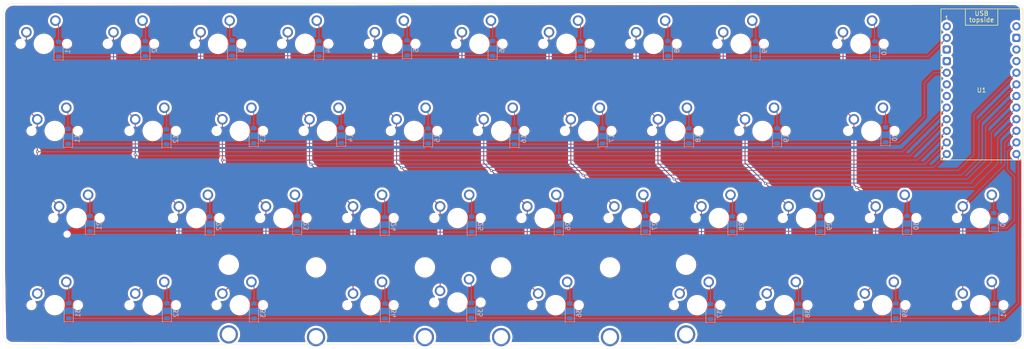
<source format=kicad_pcb>
(kicad_pcb (version 20240108) (generator "pcbnew") (generator_version "8.0")
  (layers (0 "F.Cu" signal) (31 "B.Cu" signal) (34 "B.Paste" user) (35 "F.Paste" user) (36 "B.SilkS" user "B.Silkscreen") (37 "F.SilkS" user "F.Silkscreen") (38 "B.Mask" user) (39 "F.Mask" user) (44 "Edge.Cuts" user))
  (net 0 "")
  (net 1 "Net-(D1-A)")
  (net 2 "Net-(D2-A)")
  (net 3 "Net-(D3-A)")
  (net 4 "Net-(D4-A)")
  (net 5 "Net-(D5-A)")
  (net 6 "Net-(D6-A)")
  (net 7 "Net-(D7-A)")
  (net 8 "Net-(D8-A)")
  (net 9 "Net-(D9-A)")
  (net 10 "Net-(D10-A)")
  (net 11 "Net-(D11-A)")
  (net 12 "Net-(D12-A)")
  (net 13 "Net-(D13-A)")
  (net 14 "Net-(D14-A)")
  (net 15 "Net-(D15-A)")
  (net 16 "Net-(D16-A)")
  (net 17 "Net-(D17-A)")
  (net 18 "Net-(D18-A)")
  (net 19 "Net-(D19-A)")
  (net 20 "Net-(D20-A)")
  (net 21 "Net-(D21-A)")
  (net 22 "Net-(D22-A)")
  (net 23 "Net-(D23-A)")
  (net 24 "Net-(D24-A)")
  (net 25 "Net-(D25-A)")
  (net 26 "Net-(D26-A)")
  (net 27 "Net-(D27-A)")
  (net 28 "Net-(D28-A)")
  (net 29 "Net-(D29-A)")
  (net 30 "Net-(D30-A)")
  (net 31 "Net-(D31-A)")
  (net 32 "Net-(D32-A)")
  (net 33 "Net-(D33-A)")
  (net 34 "Net-(D34-A)")
  (net 35 "Net-(D35-A)")
  (net 36 "Net-(D36-A)")
  (net 37 "Net-(D37-A)")
  (net 38 "Net-(D38-A)")
  (net 39 "Net-(D39-A)")
  (net 49 "ROW0")
  (net 50 "Net-(D40-A)")
  (net 51 "Net-(D41-A)")
  (net 52 "COL0")
  (net 53 "ROW3")
  (net 54 "COL1")
  (net 55 "COL2")
  (net 56 "COL3")
  (net 57 "COL4")
  (net 58 "COL5")
  (net 59 "COL6")
  (net 60 "COL7")
  (net 61 "COL8")
  (net 62 "COL9")
  (net 63 "COL10")
  (net 64 "ROW1")
  (net 65 "ROW2")
  (footprint "PCM_marbastlib-mx:STAB_MX_P_6.25u" (layer "F.Cu") (at 142.72 110.38 180)
    (property "Reference" "S3" (hide yes))
    (property "Value" "MX_stab")
  )
  (footprint "PCM_marbastlib-mx:SW_MX_1u" (layer "F.Cu") (at 109.41 53.815)
    (property "Reference" "MX4" (hide yes))
    (property "Value" "MX_SW_solder")
  )
  (footprint "PCM_marbastlib-mx:SW_MX_1u" (layer "F.Cu") (at 209.4225 72.865)
    (property "Reference" "MX19" (hide yes))
    (property "Value" "MX_SW_solder")
  )
  (footprint "PCM_marbastlib-mx:SW_MX_1.25u" (layer "F.Cu") (at 235.61625 110.965)
    (property "Reference" "MX39" (hide yes))
    (property "Value" "MX_SW_solder")
  )
  (footprint "PCM_marbastlib-mx:SW_MX_1u" (layer "F.Cu") (at 95.1225 72.865)
    (property "Reference" "MX13" (hide yes))
    (property "Value" "MX_SW_solder")
  )
  (footprint "PCM_marbastlib-mx:SW_MX_1.25u" (layer "F.Cu") (at 54.64125 110.965)
    (property "Reference" "MX31" (hide yes))
    (property "Value" "MX_SW_solder")
  )
  (footprint "PCM_marbastlib-mx:SW_MX_1u" (layer "F.Cu") (at 152.2725 72.865)
    (property "Reference" "MX16" (hide yes))
    (property "Value" "MX_SW_solder")
  )
  (footprint "PCM_marbastlib-mx:SW_MX_1u" (layer "F.Cu") (at 199.8975 91.915)
    (property "Reference" "MX28" (hide yes))
    (property "Value" "MX_SW_solder")
  )
  (footprint "PCM_marbastlib-mx:SW_MX_1u" (layer "F.Cu") (at 180.8475 91.915)
    (property "Reference" "MX27" (hide yes))
    (property "Value" "MX_SW_solder")
  )
  (footprint "PCM_marbastlib-mx:SW_MX_1u" (layer "F.Cu") (at 76.0725 110.965)
    (property "Reference" "MX32" (hide yes))
    (property "Value" "MX_SW_solder")
  )
  (footprint "PCM_marbastlib-mx:STAB_MX_P_2u" (layer "F.Cu") (at 123.6975 110.965 180)
    (property "Reference" "S1" (hide yes))
    (property "Value" "MX_stab")
  )
  (footprint "PCM_marbastlib-mx:SW_MX_1u" (layer "F.Cu") (at 133.2225 72.865)
    (property "Reference" "MX15" (hide yes))
    (property "Value" "MX_SW_solder")
  )
  (footprint "PCM_marbastlib-mx:SW_MX_1u" (layer "F.Cu") (at 257.0475 110.965)
    (property "Reference" "MX41" (hide yes))
    (property "Value" "MX_SW_solder")
  )
  (footprint "PCM_marbastlib-mx:SW_MX_1u" (layer "F.Cu") (at 195.135 110.965)
    (property "Reference" "MX37" (hide yes))
    (property "Value" "MX_SW_solder")
  )
  (footprint "PCM_marbastlib-mx:SW_MX_1u" (layer "F.Cu") (at 104.6475 91.915)
    (property "Reference" "MX23" (hide yes))
    (property "Value" "MX_SW_solder")
  )
  (footprint "PCM_marbastlib-mx:SW_MX_1u" (layer "F.Cu") (at 123.6975 110.965)
    (property "Reference" "MX34" (hide yes))
    (property "Value" "MX_SW_solder")
  )
  (footprint "PCM_marbastlib-mx:SW_MX_1u" (layer "F.Cu") (at 123.6975 91.915)
    (property "Reference" "MX24" (hide yes))
    (property "Value" "MX_SW_solder")
  )
  (footprint "PCM_marbastlib-mx:SW_MX_1u" (layer "F.Cu") (at 257.0475 91.915)
    (property "Reference" "MX40" (hide yes))
    (property "Value" "MX_SW_solder")
  )
  (footprint "PCM_marbastlib-mx:SW_MX_1u" (layer "F.Cu") (at 147.51 53.815)
    (property "Reference" "MX6" (hide yes))
    (property "Value" "MX_SW_solder")
  )
  (footprint "PCM_marbastlib-mx:SW_MX_1u" (layer "F.Cu") (at 214.185 110.965)
    (property "Reference" "MX38" (hide yes))
    (property "Value" "MX_SW_solder")
  )
  (footprint "PCM_marbastlib-mx:SW_MX_1.5u" (layer "F.Cu") (at 233.235 72.865)
    (property "Reference" "MX20" (hide yes))
    (property "Value" "MX_SW_solder")
  )
  (footprint "PCM_marbastlib-mx:SW_MX_1u" (layer "F.Cu") (at 52.26 53.815)
    (property "Reference" "MX1" (hide yes))
    (property "Value" "MX_SW_solder")
  )
  (footprint "PCM_marbastlib-mx:SW_MX_1u" (layer "F.Cu") (at 166.56 53.815)
    (property "Reference" "MX7" (hide yes))
    (property "Value" "MX_SW_solder")
  )
  (footprint "PCM_marbastlib-mx:SW_MX_1u" (layer "F.Cu") (at 85.5975 91.915)
    (property "Reference" "MX22" (hide yes))
    (property "Value" "MX_SW_solder")
  )
  (footprint "PCM_marbastlib-mx:SW_MX_1u" (layer "F.Cu") (at 204.66 53.815)
    (property "Reference" "MX9" (hide yes))
    (property "Value" "MX_SW_solder")
  )
  (footprint "PCM_marbastlib-mx:SW_MX_1u" (layer "F.Cu") (at 76.0725 72.865)
    (property "Reference" "MX12" (hide yes))
    (property "Value" "MX_SW_solder")
  )
  (footprint "PCM_marbastlib-mx:SW_MX_1u" (layer "F.Cu") (at 161.7975 91.915)
    (property "Reference" "MX26" (hide yes))
    (property "Value" "MX_SW_solder")
  )
  (footprint "PCM_marbastlib-mx:SW_MX_1u" (layer "F.Cu") (at 128.46 53.815)
    (property "Reference" "MX5" (hide yes))
    (property "Value" "MX_SW_solder")
  )
  (footprint "PCM_marbastlib-mx:SW_MX_1u" (layer "F.Cu") (at 90.36 53.815)
    (property "Reference" "MX3" (hide yes))
    (property "Value" "MX_SW_solder")
  )
  (footprint "PCM_marbastlib-mx:SW_MX_1u" (layer "F.Cu") (at 218.9475 91.915)
    (property "Reference" "MX29" (hide yes))
    (property "Value" "MX_SW_solder")
  )
  (footprint "PCM_marbastlib-mx:SW_MX_1u" (layer "F.Cu") (at 164.17875 110.965)
    (property "Reference" "MX36" (hide yes))
    (property "Value" "MX_SW_solder")
  )
  (footprint "PCM_marbastlib-xp-promicroish:ProMicro_USBup" (layer "F.Cu") (at 257.35 63.95)
    (property "Reference" "U1")
    (property "Value" "ProMicro")
  )
  (footprint "PCM_marbastlib-mx:SW_MX_1u" (layer "F.Cu") (at 114.1725 72.865)
    (property "Reference" "MX14" (hide yes))
    (property "Value" "MX_SW_solder")
  )
  (footprint "PCM_marbastlib-mx:SW_MX_1u" (layer "F.Cu") (at 171.3225 72.865)
    (property "Reference" "MX17" (hide yes))
    (property "Value" "MX_SW_solder")
  )
  (footprint "PCM_marbastlib-mx:STAB_MX_P_2.25u" (layer "F.Cu") (at 164.17875 110.965 180)
    (property "Reference" "S2" (hide yes))
    (property "Value" "MX_stab")
  )
  (footprint "PCM_marbastlib-mx:SW_MX_1.75u" (layer "F.Cu") (at 230.85375 53.815)
    (property "Reference" "MX10" (hide yes))
    (property "Value" "MX_SW_solder")
  )
  (footprint "PCM_marbastlib-mx:SW_MX_1u" (layer "F.Cu") (at 190.3725 72.865)
    (property "Reference" "MX18" (hide yes))
    (property "Value" "MX_SW_solder")
  )
  (footprint "PCM_marbastlib-mx:SW_MX_1u" (layer "F.Cu") (at 142.72 110.38)
    (property "Reference" "MX35" (hide yes))
    (property "Value" "MX_SW_solder")
  )
  (footprint "PCM_marbastlib-mx:SW_MX_1u" (layer "F.Cu") (at 237.9975 91.915)
    (property "Reference" "MX30" (hide yes))
    (property "Value" "MX_SW_solder")
  )
  (footprint "PCM_marbastlib-mx:SW_MX_1u" (layer "F.Cu") (at 185.61 53.815)
    (property "Reference" "MX8" (hide yes))
    (property "Value" "MX_SW_solder")
  )
  (footprint "PCM_marbastlib-mx:SW_MX_1.25u" (layer "F.Cu") (at 54.64125 72.865)
    (property "Reference" "MX11" (hide yes))
    (property "Value" "MX_SW_solder")
  )
  (footprint "PCM_marbastlib-mx:SW_MX_1u" (layer "F.Cu") (at 71.31 53.815)
    (property "Reference" "MX2" (hide yes))
    (property "Value" "MX_SW_solder")
  )
  (footprint "PCM_marbastlib-mx:SW_MX_1u" (layer "F.Cu") (at 95.1225 110.965)
    (property "Reference" "MX33" (hide yes))
    (property "Value" "MX_SW_solder")
  )
  (footprint "PCM_marbastlib-mx:SW_MX_1.75u" (layer "F.Cu") (at 59.40375 91.915)
    (property "Reference" "MX21" (hide yes))
    (property "Value" "MX_SW_solder")
  )
  (footprint "PCM_marbastlib-mx:SW_MX_1u" (layer "F.Cu") (at 142.7475 91.915)
    (property "Reference" "MX25" (hide yes))
    (property "Value" "MX_SW_solder")
  )
  (footprint "Diode_SMD:D_SOD-123" (layer "B.Cu") (at 57.56 74.0575 90)
    (property "Reference" "D11")
    (property "Value" "D_Small")
  )
  (footprint "Diode_SMD:D_SOD-123" (layer "B.Cu") (at 217.31 112.32 90)
    (property "Reference" "D38")
    (property "Value" "D_Small")
  )
  (footprint "Diode_SMD:D_SOD-123" (layer "B.Cu") (at 136.31 73.9675 90)
    (property "Reference" "D15")
    (property "Value" "D_Small")
  )
  (footprint "Diode_SMD:D_SOD-123" (layer "B.Cu") (at 88.55 93.2575 90)
    (property "Reference" "D22")
    (property "Value" "D_Small")
  )
  (footprint "Diode_SMD:D_SOD-123" (layer "B.Cu") (at 57.71 112.2075 90)
    (property "Reference" "D31")
    (property "Value" "D_Small")
  )
  (footprint "Diode_SMD:D_SOD-123" (layer "B.Cu") (at 117.3 73.85 90)
    (property "Reference" "D14")
    (property "Value" "D_Small")
  )
  (footprint "Diode_SMD:D_SOD-123" (layer "B.Cu") (at 55.48 54.9975 90)
    (property "Reference" "D1")
    (property "Value" "D_Small")
  )
  (footprint "Diode_SMD:D_SOD-123" (layer "B.Cu") (at 164.88 93.2175 90)
    (property "Reference" "D26")
    (property "Value" "D_Small")
  )
  (footprint "Diode_SMD:D_SOD-123" (layer "B.Cu") (at 131.69 54.7 90)
    (property "Reference" "D5")
    (property "Value" "D_Small")
  )
  (footprint "Diode_SMD:D_SOD-123" (layer "B.Cu") (at 238.6 112.2175 90)
    (property "Reference" "D39")
    (property "Value" "D_Small")
  )
  (footprint "Diode_SMD:D_SOD-123" (layer "B.Cu") (at 234.03 54.9275 90)
    (property "Reference" "D10")
    (property "Value" "D_Small")
  )
  (footprint "Diode_SMD:D_SOD-123" (layer "B.Cu") (at 260.13 112.2575 90)
    (property "Reference" "D41")
    (property "Value" "D_Small")
  )
  (footprint "Diode_SMD:D_SOD-123" (layer "B.Cu") (at 188.74 54.8575 90)
    (property "Reference" "D8")
    (property "Value" "D_Small")
  )
  (footprint "Diode_SMD:D_SOD-123" (layer "B.Cu") (at 207.91 54.9475 90)
    (property "Reference" "D9")
    (property "Value" "D_Small")
  )
  (footprint "Diode_SMD:D_SOD-123" (layer "B.Cu") (at 193.35 73.9475 90)
    (property "Reference" "D18")
    (property "Value" "D_Small")
  )
  (footprint "Diode_SMD:D_SOD-123" (layer "B.Cu") (at 260.01 92.4875 90)
    (property "Reference" "D40")
    (property "Value" "D_Small")
  )
  (footprint "Diode_SMD:D_SOD-123" (layer "B.Cu") (at 79.09 74.14 90)
    (property "Reference" "D12")
    (property "Value" "D_Small")
  )
  (footprint "Diode_SMD:D_SOD-123" (layer "B.Cu") (at 126.85 112.25 90)
    (property "Reference" "D34")
    (property "Value" "D_Small")
  )
  (footprint "Diode_SMD:D_SOD-123" (layer "B.Cu") (at 79.17 112.2075 90)
    (property "Reference" "D32")
    (property "Value" "D_Small")
  )
  (footprint "Diode_SMD:D_SOD-123" (layer "B.Cu") (at 93.44 54.7675 90)
    (property "Reference" "D3")
    (property "Value" "D_Small")
  )
  (footprint "Diode_SMD:D_SOD-123" (layer "B.Cu") (at 222.07 93.16 90)
    (property "Reference" "D29")
    (property "Value" "D_Small")
  )
  (footprint "Diode_SMD:D_SOD-123" (layer "B.Cu") (at 98.17 73.92 90)
    (property "Reference" "D13")
    (property "Value" "D_Small")
  )
  (footprint "Diode_SMD:D_SOD-123" (layer "B.Cu") (at 155.18 74.1175 90)
    (property "Reference" "D16")
    (property "Value" "D_Small")
  )
  (footprint "Diode_SMD:D_SOD-123" (layer "B.Cu") (at 167.3 112.2475 90)
    (property "Reference" "D36")
    (property "Value" "D_Small")
  )
  (footprint "Diode_SMD:D_SOD-123" (layer "B.Cu") (at 174.45 73.97 90)
    (property "Reference" "D17")
    (property "Value" "D_Small")
  )
  (footprint "Diode_SMD:D_SOD-123" (layer "B.Cu") (at 62.35 93.1175 90)
    (property "Reference" "D21")
    (property "Value" "D_Small")
  )
  (footprint "Diode_SMD:D_SOD-123" (layer "B.Cu") (at 112.43 54.8975 90)
    (property "Reference" "D4")
    (property "Value" "D_Small")
  )
  (footprint "Diode_SMD:D_SOD-123" (layer "B.Cu") (at 126.81 93.3475 90)
    (property "Reference" "D24")
    (property "Value" "D_Small")
  )
  (footprint "Diode_SMD:D_SOD-123" (layer "B.Cu") (at 145.83 93.28 90)
    (property "Reference" "D25")
    (property "Value" "D_Small")
  )
  (footprint "Diode_SMD:D_SOD-123" (layer "B.Cu") (at 107.66 93.14 90)
    (property "Reference" "D23")
    (property "Value" "D_Small")
  )
  (footprint "Diode_SMD:D_SOD-123" (layer "B.Cu") (at 198.05 112.37 90)
    (property "Reference" "D37")
    (property "Value" "D_Small")
  )
  (footprint "Diode_SMD:D_SOD-123" (layer "B.Cu") (at 236.34 73.72 90)
    (property "Reference" "D20")
    (property "Value" "D_Small")
  )
  (footprint "Diode_SMD:D_SOD-123" (layer "B.Cu") (at 150.42 54.85 90)
    (property "Reference" "D6")
    (property "Value" "D_Small")
  )
  (footprint "Diode_SMD:D_SOD-123" (layer "B.Cu") (at 145.74 112.1175 90)
    (property "Reference" "D35")
    (property "Value" "D_Small")
  )
  (footprint "Diode_SMD:D_SOD-123" (layer "B.Cu") (at 98.22 112.27 90)
    (property "Reference" "D33")
    (property "Value" "D_Small")
  )
  (footprint "Diode_SMD:D_SOD-123" (layer "B.Cu") (at 183.85 93.1475 90)
    (property "Reference" "D27")
    (property "Value" "D_Small")
  )
  (footprint "Diode_SMD:D_SOD-123" (layer "B.Cu") (at 241.06 93.11 90)
    (property "Reference" "D30")
    (property "Value" "D_Small")
  )
  (footprint "Diode_SMD:D_SOD-123" (layer "B.Cu") (at 74.46 54.8675 90)
    (property "Reference" "D2")
    (property "Value" "D_Small")
  )
  (footprint "Diode_SMD:D_SOD-123" (layer "B.Cu") (at 169.64 54.94 90)
    (property "Reference" "D7")
    (property "Value" "D_Small")
  )
  (footprint "Diode_SMD:D_SOD-123" (layer "B.Cu") (at 202.86 93.2075 90)
    (property "Reference" "D28")
    (property "Value" "D_Small")
  )
  (footprint "Diode_SMD:D_SOD-123" (layer "B.Cu") (at 212.63 73.94 90)
    (property "Reference" "D19")
    (property "Value" "D_Small")
  )
  (gr_line (start 45.664998 119.549998) (end 264.206403 119.508861) (stroke (width 0.05)) (layer "Edge.Cuts"))
  (gr_line (start 266.563565 117.419743) (end 266.52216 46.889118) (stroke (width 0.05)) (layer "Edge.Cuts"))
  (gr_arc (start 264.164998 44.8) (mid 265.738595 45.398861) (end 266.52216 46.889118) (stroke (width 0.05)) (layer "Edge.Cuts"))
  (gr_arc (start 45.664998 119.549998) (mid 44.091401 118.951137) (end 43.307836 117.46088) (stroke (width 0.05)) (layer "Edge.Cuts"))
  (gr_line (start 43.331139 47.353597) (end 43.307836 117.46088) (stroke (width 0.05)) (layer "Edge.Cuts"))
  (gr_line (start 45.420257 44.996435) (end 264.164998 44.8) (stroke (width 0.05)) (layer "Edge.Cuts"))
  (gr_arc (start 43.331139 47.353597) (mid 43.93 45.78) (end 45.420257 44.996435) (stroke (width 0.05)) (layer "Edge.Cuts"))
  (gr_arc (start 266.563565 117.419743) (mid 265.78 118.91) (end 264.206403 119.508861) (stroke (width 0.05)) (layer "Edge.Cuts"))
  (segment (start 54.8 48.75) (end 55.47 49.42) (width 0.2) (layer "B.Cu") (net 1))
  (segment (start 55.46 49.75) (end 55.46 53.08) (width 0.2) (layer "B.Cu") (net 1))
  (segment (start 54.8 48.735) (end 54.8 48.75) (width 0.2) (layer "B.Cu") (net 1))
  (segment (start 55.47 49.74) (end 55.46 49.75) (width 0.2) (layer "B.Cu") (net 1))
  (segment (start 55.47 49.42) (end 55.47 49.74) (width 0.2) (layer "B.Cu") (net 1))
  (segment (start 74.41 49.295) (end 74.41 49.81) (width 0.2) (layer "B.Cu") (net 2))
  (segment (start 73.85 48.735) (end 74.41 49.295) (width 0.2) (layer "B.Cu") (net 2))
  (segment (start 74.41 49.81) (end 74.5 49.9) (width 0.2) (layer "B.Cu") (net 2))
  (segment (start 74.5 49.9) (end 74.5 52.86) (width 0.2) (layer "B.Cu") (net 2))
  (segment (start 92.9 52.36) (end 93.47 52.93) (width 0.2) (layer "B.Cu") (net 3))
  (segment (start 92.9 48.735) (end 92.9 52.36) (width 0.2) (layer "B.Cu") (net 3))
  (segment (start 112.43 49.215) (end 111.95 48.735) (width 0.2) (layer "B.Cu") (net 4))
  (segment (start 112.43 53.2475) (end 112.43 49.215) (width 0.2) (layer "B.Cu") (net 4))
  (segment (start 111.95 48.735) (end 111.95 48.74) (width 0.2) (layer "B.Cu") (net 4))
  (segment (start 131.69 53.05) (end 131.69 49.425) (width 0.2) (layer "B.Cu") (net 5))
  (segment (start 131.69 49.425) (end 131 48.735) (width 0.2) (layer "B.Cu") (net 5))
  (segment (start 131 48.735) (end 131.75 49.485) (width 0.2) (layer "B.Cu") (net 5))
  (segment (start 150.42 49.105) (end 150.05 48.735) (width 0.2) (layer "B.Cu") (net 6))
  (segment (start 150.42 53.2) (end 150.42 49.105) (width 0.2) (layer "B.Cu") (net 6))
  (segment (start 150.45 49.135) (end 150.05 48.735) (width 0.2) (layer "B.Cu") (net 6))
  (segment (start 169.64 49.275) (end 169.1 48.735) (width 0.2) (layer "B.Cu") (net 7))
  (segment (start 169.64 53.29) (end 169.64 49.275) (width 0.2) (layer "B.Cu") (net 7))
  (segment (start 188.79 49.375) (end 188.15 48.735) (width 0.2) (layer "B.Cu") (net 8))
  (segment (start 188.74 49.325) (end 188.15 48.735) (width 0.2) (layer "B.Cu") (net 8))
  (segment (start 188.74 53.2075) (end 188.74 49.325) (width 0.2) (layer "B.Cu") (net 8))
  (segment (start 207.96 49.42) (end 207.95 49.43) (width 0.2) (layer "B.Cu") (net 9))
  (segment (start 207.95 49.43) (end 207.95 53.08) (width 0.2) (layer "B.Cu") (net 9))
  (segment (start 207.275 48.735) (end 207.96 49.42) (width 0.2) (layer "B.Cu") (net 9))
  (segment (start 207.2 48.735) (end 207.275 48.735) (width 0.2) (layer "B.Cu") (net 9))
  (segment (start 233.39375 48.735) (end 233.415 48.735) (width 0.2) (layer "B.Cu") (net 10))
  (segment (start 233.94 49.26) (end 233.94 53.1475) (width 0.2) (layer "B.Cu") (net 10))
  (segment (start 233.415 48.735) (end 233.94 49.26) (width 0.2) (layer "B.Cu") (net 10))
  (segment (start 57.53 72.16) (end 57.53 68.13375) (width 0.2) (layer "B.Cu") (net 11))
  (segment (start 57.53 68.13375) (end 57.18125 67.785) (width 0.2) (layer "B.Cu") (net 11))
  (segment (start 79.09 68.2625) (end 78.6125 67.785) (width 0.2) (layer "B.Cu") (net 12))
  (segment (start 79.09 72.49) (end 79.09 68.2625) (width 0.2) (layer "B.Cu") (net 12))
  (segment (start 98.17 68.2925) (end 97.6625 67.785) (width 0.2) (layer "B.Cu") (net 13))
  (segment (start 98.17 72.27) (end 98.17 68.2925) (width 0.2) (layer "B.Cu") (net 13))
  (segment (start 117.3 68.3725) (end 116.7125 67.785) (width 0.2) (layer "B.Cu") (net 14))
  (segment (start 117.3 72.2) (end 117.3 68.3725) (width 0.2) (layer "B.Cu") (net 14))
  (segment (start 136.31 68.3325) (end 135.7625 67.785) (width 0.2) (layer "B.Cu") (net 15))
  (segment (start 136.31 72.3175) (end 136.31 68.3325) (width 0.2) (layer "B.Cu") (net 15))
  (segment (start 155.18 72.4675) (end 155.18 68.1525) (width 0.2) (layer "B.Cu") (net 16))
  (segment (start 155.18 68.1525) (end 154.8125 67.785) (width 0.2) (layer "B.Cu") (net 16))
  (segment (start 174.45 72.32) (end 174.45 68.3725) (width 0.2) (layer "B.Cu") (net 17))
  (segment (start 174.45 68.3725) (end 173.8625 67.785) (width 0.2) (layer "B.Cu") (net 17))
  (segment (start 193.35 72.2975) (end 193.35 68.2225) (width 0.2) (layer "B.Cu") (net 18))
  (segment (start 193.35 68.2225) (end 192.9125 67.785) (width 0.2) (layer "B.Cu") (net 18))
  (segment (start 212.63 68.4525) (end 211.9625 67.785) (width 0.2) (layer "B.Cu") (net 19))
  (segment (start 212.63 72.29) (end 212.63 68.4525) (width 0.2) (layer "B.Cu") (net 19))
  (segment (start 236.34 68.35) (end 235.775 67.785) (width 0.2) (layer "B.Cu") (net 20))
  (segment (start 236.34 72.07) (end 236.34 68.35) (width 0.2) (layer "B.Cu") (net 20))
  (segment (start 62.35 91.4675) (end 62.35 87.24125) (width 0.2) (layer "B.Cu") (net 21))
  (segment (start 62.35 87.24125) (end 61.94375 86.835) (width 0.2) (layer "B.Cu") (net 21))
  (segment (start 88.55 87.2475) (end 88.1375 86.835) (width 0.2) (layer "B.Cu") (net 22))
  (segment (start 88.55 91.6075) (end 88.55 87.2475) (width 0.2) (layer "B.Cu") (net 22))
  (segment (start 107.66 91.49) (end 107.66 87.3075) (width 0.2) (layer "B.Cu") (net 23))
  (segment (start 107.66 87.3075) (end 107.1875 86.835) (width 0.2) (layer "B.Cu") (net 23))
  (segment (start 126.81 91.6975) (end 126.81 87.4075) (width 0.2) (layer "B.Cu") (net 24))
  (segment (start 126.81 87.4075) (end 126.2375 86.835) (width 0.2) (layer "B.Cu") (net 24))
  (segment (start 145.83 91.63) (end 145.83 87.3775) (width 0.2) (layer "B.Cu") (net 25))
  (segment (start 145.83 87.3775) (end 145.2875 86.835) (width 0.2) (layer "B.Cu") (net 25))
  (segment (start 164.88 91.5675) (end 164.88 87.3775) (width 0.2) (layer "B.Cu") (net 26))
  (segment (start 164.88 87.3775) (end 164.3375 86.835) (width 0.2) (layer "B.Cu") (net 26))
  (segment (start 183.85 91.4975) (end 183.85 87.2975) (width 0.2) (layer "B.Cu") (net 27))
  (segment (start 183.85 87.2975) (end 183.3875 86.835) (width 0.2) (layer "B.Cu") (net 27))
  (segment (start 202.86 91.5575) (end 202.86 87.2575) (width 0.2) (layer "B.Cu") (net 28))
  (segment (start 202.86 87.2575) (end 202.4375 86.835) (width 0.2) (layer "B.Cu") (net 28))
  (segment (start 222.07 91.51) (end 222.07 87.4175) (width 0.2) (layer "B.Cu") (net 29))
  (segment (start 222.07 87.4175) (end 221.4875 86.835) (width 0.2) (layer "B.Cu") (net 29))
  (segment (start 241.06 91.46) (end 241.06 87.3575) (width 0.2) (layer "B.Cu") (net 30))
  (segment (start 241.06 87.3575) (end 240.5375 86.835) (width 0.2) (layer "B.Cu") (net 30))
  (segment (start 57.71 110.5575) (end 57.71 106.41375) (width 0.2) (layer "B.Cu") (net 31))
  (segment (start 57.71 106.41375) (end 57.18125 105.885) (width 0.2) (layer "B.Cu") (net 31))
  (segment (start 79.17 110.5575) (end 79.17 106.4425) (width 0.2) (layer "B.Cu") (net 32))
  (segment (start 79.17 106.4425) (end 78.6125 105.885) (width 0.2) (layer "B.Cu") (net 32))
  (segment (start 98.22 110.62) (end 98.22 106.4425) (width 0.2) (layer "B.Cu") (net 33))
  (segment (start 98.22 106.4425) (end 97.6625 105.885) (width 0.2) (layer "B.Cu") (net 33))
  (segment (start 126.85 110.6) (end 126.85 106.4975) (width 0.2) (layer "B.Cu") (net 34))
  (segment (start 126.85 106.4975) (end 126.2375 105.885) (width 0.2) (layer "B.Cu") (net 34))
  (segment (start 145.74 110.4675) (end 145.74 105.78) (width 0.2) (layer "B.Cu") (net 35))
  (segment (start 145.74 105.78) (end 145.26 105.3) (width 0.2) (layer "B.Cu") (net 35))
  (segment (start 167.3 106.46625) (end 166.71875 105.885) (width 0.2) (layer "B.Cu") (net 36))
  (segment (start 167.3 110.5975) (end 167.3 106.46625) (width 0.2) (layer "B.Cu") (net 36))
  (segment (start 198.05 110.72) (end 198.05 106.26) (width 0.2) (layer "B.Cu") (net 37))
  (segment (start 198.05 106.26) (end 197.675 105.885) (width 0.2) (layer "B.Cu") (net 37))
  (segment (start 217.31 110.67) (end 217.31 106.47) (width 0.2) (layer "B.Cu") (net 38))
  (segment (start 217.31 106.47) (end 216.725 105.885) (width 0.2) (layer "B.Cu") (net 38))
  (segment (start 238.6 110.5675) (end 238.6 106.32875) (width 0.2) (layer "B.Cu") (net 39))
  (segment (start 238.6 106.32875) (end 238.15625 105.885) (width 0.2) (layer "B.Cu") (net 39))
  (segment (start 112.3 56.4175) (end 112.43 56.5475) (width 0.2) (layer "B.Cu") (net 49))
  (segment (start 234.03 56.5775) (end 207.93 56.5775) (width 0.2) (layer "B.Cu") (net 49))
  (segment (start 234.03 56.5775) (end 245.6725 56.5775) (width 0.2) (layer "B.Cu") (net 49))
  (segment (start 112.43 56.5475) (end 131.4925 56.5475) (width 0.2) (layer "B.Cu") (net 49))
  (segment (start 169.64 56.59) (end 150.51 56.59) (width 0.2) (layer "B.Cu") (net 49))
  (segment (start 93.44 56.4175) (end 112.3 56.4175) (width 0.2) (layer "B.Cu") (net 49))
  (segment (start 188.74 56.5075) (end 169.7225 56.5075) (width 0.2) (layer "B.Cu") (net 49))
  (segment (start 245.6725 56.5775) (end 249.73 52.52) (width 0.2) (layer "B.Cu") (net 49))
  (segment (start 74.33 56.6475) (end 74.46 56.5175) (width 0.2) (layer "B.Cu") (net 49))
  (segment (start 207.82 56.5075) (end 207.91 56.5975) (width 0.2) (layer "B.Cu") (net 49))
  (segment (start 131.69 56.35) (end 150.27 56.35) (width 0.2) (layer "B.Cu") (net 49))
  (segment (start 188.83 56.5975) (end 188.74 56.5075) (width 0.2) (layer "B.Cu") (net 49))
  (segment (start 131.4925 56.5475) (end 131.69 56.35) (width 0.2) (layer "B.Cu") (net 49))
  (segment (start 74.46 56.5175) (end 93.34 56.5175) (width 0.2) (layer "B.Cu") (net 49))
  (segment (start 93.34 56.5175) (end 93.44 56.4175) (width 0.2) (layer "B.Cu") (net 49))
  (segment (start 150.51 56.59) (end 150.42 56.5) (width 0.2) (layer "B.Cu") (net 49))
  (segment (start 150.27 56.35) (end 150.42 56.5) (width 0.2) (layer "B.Cu") (net 49))
  (segment (start 207.93 56.5775) (end 207.91 56.5975) (width 0.2) (layer "B.Cu") (net 49))
  (segment (start 55.48 56.6475) (end 74.33 56.6475) (width 0.2) (layer "B.Cu") (net 49))
  (segment (start 188.74 56.5075) (end 207.82 56.5075) (width 0.2) (layer "B.Cu") (net 49))
  (segment (start 169.7225 56.5075) (end 169.64 56.59) (width 0.2) (layer "B.Cu") (net 49))
  (segment (start 260.01 87.2575) (end 259.5875 86.835) (width 0.2) (layer "B.Cu") (net 50))
  (segment (start 260.01 90.8375) (end 260.01 87.2575) (width 0.2) (layer "B.Cu") (net 50))
  (segment (start 260.13 106.4275) (end 259.5875 105.885) (width 0.2) (layer "B.Cu") (net 51))
  (segment (start 260.13 110.6075) (end 260.13 106.4275) (width 0.2) (layer "B.Cu") (net 51))
  (segment (start 55.59375 89.375) (end 55.59375 95.58) (width 0.2) (layer "F.Cu") (net 52))
  (segment (start 55.59375 103.6625) (end 50.83125 108.425) (width 0.2) (layer "F.Cu") (net 52))
  (segment (start 48.45 51.275) (end 48.45 67.94375) (width 0.2) (layer "F.Cu") (net 52))
  (segment (start 48.45 67.94375) (end 50.83125 70.325) (width 0.2) (layer "F.Cu") (net 52))
  (segment (start 55.59375 95.58) (end 55.59375 103.6625) (width 0.2) (layer "F.Cu") (net 52))
  (segment (start 50.83125 84.6125) (end 55.59375 89.375) (width 0.2) (layer "F.Cu") (net 52))
  (segment (start 50.83125 77.4) (end 50.83125 84.6125) (width 0.2) (layer "F.Cu") (net 52))
  (segment (start 50.83125 70.325) (end 50.83125 77.4) (width 0.2) (layer "F.Cu") (net 52))
  (via (at 50.83125 77.4) (size 0.6) (drill 0.3) (layers "F.Cu" "B.Cu") (net 52))
  (segment (start 50.83125 77.4) (end 240.09 77.4) (width 0.2) (layer "B.Cu") (net 52))
  (segment (start 240.09 77.4) (end 249.73 67.76) (width 0.2) (layer "B.Cu") (net 52))
  (segment (start 98.1575 113.8575) (end 98.22 113.92) (width 0.2) (layer "B.Cu") (net 53))
  (segment (start 126.85 113.9) (end 145.6075 113.9) (width 0.2) (layer "B.Cu") (net 53))
  (segment (start 217.26 114.02) (end 217.31 113.97) (width 0.2) (layer "B.Cu") (net 53))
  (segment (start 198.05 114.02) (end 217.26 114.02) (width 0.2) (layer "B.Cu") (net 53))
  (segment (start 57.71 113.8575) (end 79.17 113.8575) (width 0.2) (layer "B.Cu") (net 53))
  (segment (start 197.9275 113.8975) (end 198.05 114.02) (width 0.2) (layer "B.Cu") (net 53))
  (segment (start 217.31 113.97) (end 238.4975 113.97) (width 0.2) (layer "B.Cu") (net 53))
  (segment (start 167.3 113.8975) (end 197.9275 113.8975) (width 0.2) (layer "B.Cu") (net 53))
  (segment (start 238.6 113.8675) (end 260.09 113.8675) (width 0.2) (layer "B.Cu") (net 53))
  (segment (start 145.6075 113.9) (end 145.74 113.7675) (width 0.2) (layer "B.Cu") (net 53))
  (segment (start 145.74 113.7675) (end 167.17 113.7675) (width 0.2) (layer "B.Cu") (net 53))
  (segment (start 260.13 113.9075) (end 262.0825 113.9075) (width 0.2) (layer "B.Cu") (net 53))
  (segment (start 262.0825 113.9075) (end 265.39 110.6) (width 0.2) (layer "B.Cu") (net 53))
  (segment (start 98.22 113.92) (end 126.83 113.92) (width 0.2) (layer "B.Cu") (net 53))
  (segment (start 238.4975 113.97) (end 238.6 113.8675) (width 0.2) (layer "B.Cu") (net 53))
  (segment (start 79.17 113.8575) (end 98.1575 113.8575) (width 0.2) (layer "B.Cu") (net 53))
  (segment (start 260.09 113.8675) (end 260.13 113.9075) (width 0.2) (layer "B.Cu") (net 53))
  (segment (start 265.39 110.6) (end 265.39 78.34) (width 0.2) (layer "B.Cu") (net 53))
  (segment (start 265.39 78.34) (end 264.97 77.92) (width 0.2) (layer "B.Cu") (net 53))
  (segment (start 167.17 113.7675) (end 167.3 113.8975) (width 0.2) (layer "B.Cu") (net 53))
  (segment (start 126.83 113.92) (end 126.85 113.9) (width 0.2) (layer "B.Cu") (net 53))
  (segment (start 67.5 65.5625) (end 72.2625 70.325) (width 0.2) (layer "F.Cu") (net 54))
  (segment (start 72.2625 70.325) (end 72.2625 79.85) (width 0.2) (layer "F.Cu") (net 54))
  (segment (start 72.2625 79.85) (end 81.7875 89.375) (width 0.2) (layer "F.Cu") (net 54))
  (segment (start 81.7875 98.9) (end 72.2625 108.425) (width 0.2) (layer "F.Cu") (net 54))
  (segment (start 67.5 51.275) (end 67.5 65.5625) (width 0.2) (layer "F.Cu") (net 54))
  (segment (start 81.7875 89.375) (end 81.7875 98.9) (width 0.2) (layer "F.Cu") (net 54))
  (via (at 72.24 78) (size 0.6) (drill 0.3) (layers "F.Cu" "B.Cu") (net 54))
  (segment (start 249.73 70.3) (end 241.74 78.29) (width 0.2) (layer "B.Cu") (net 54))
  (segment (start 72.53 78.29) (end 236.69 78.29) (width 0.2) (layer "B.Cu") (net 54))
  (segment (start 236.69 78.29) (end 236.57 78.29) (width 0.2) (layer "B.Cu") (net 54))
  (segment (start 241.71 78.29) (end 236.69 78.29) (width 0.2) (layer "B.Cu") (net 54))
  (segment (start 241.74 78.29) (end 241.71 78.29) (width 0.2) (layer "B.Cu") (net 54))
  (segment (start 72.24 78) (end 72.53 78.29) (width 0.2) (layer "B.Cu") (net 54))
  (segment (start 91.3125 70.325) (end 91.3125 79.25) (width 0.2) (layer "F.Cu") (net 55))
  (segment (start 100.8375 98.9) (end 91.3125 108.425) (width 0.2) (layer "F.Cu") (net 55))
  (segment (start 91.3125 79.25) (end 91.3125 79.85) (width 0.2) (layer "F.Cu") (net 55))
  (segment (start 86.55 65.5625) (end 91.3125 70.325) (width 0.2) (layer "F.Cu") (net 55))
  (segment (start 100.8375 89.375) (end 100.8375 98.9) (width 0.2) (layer "F.Cu") (net 55))
  (segment (start 86.55 51.275) (end 86.55 65.5625) (width 0.2) (layer "F.Cu") (net 55))
  (segment (start 91.3125 79.85) (end 100.8375 89.375) (width 0.2) (layer "F.Cu") (net 55))
  (via (at 91.3125 79.25) (size 0.6) (drill 0.3) (layers "F.Cu" "B.Cu") (net 55))
  (segment (start 91.3225 79.26) (end 91.3125 79.25) (width 0.2) (layer "B.Cu") (net 55))
  (segment (start 249.73 72.84) (end 243.31 79.26) (width 0.2) (layer "B.Cu") (net 55))
  (segment (start 243.31 79.26) (end 91.3225 79.26) (width 0.2) (layer "B.Cu") (net 55))
  (segment (start 110.3625 79.85) (end 110.64625 80.13375) (width 0.2) (layer "F.Cu") (net 56))
  (segment (start 110.64625 80.13375) (end 119.8875 89.375) (width 0.2) (layer "F.Cu") (net 56))
  (segment (start 105.6 65.5625) (end 110.3625 70.325) (width 0.2) (layer "F.Cu") (net 56))
  (segment (start 110.3625 70.325) (end 110.3625 79.85) (width 0.2) (layer "F.Cu") (net 56))
  (segment (start 119.8875 89.375) (end 119.8875 108.425) (width 0.2) (layer "F.Cu") (net 56))
  (segment (start 105.6 51.275) (end 105.6 65.5625) (width 0.2) (layer "F.Cu") (net 56))
  (via (at 110.64625 80.13375) (size 0.6) (drill 0.3) (layers "F.Cu" "B.Cu") (net 56))
  (segment (start 236.11 80.14) (end 236.08 80.14) (width 0.2) (layer "B.Cu") (net 56))
  (segment (start 236.11 80.14) (end 110.6525 80.14) (width 0.2) (layer "B.Cu") (net 56))
  (segment (start 110.6525 80.14) (end 110.64625 80.13375) (width 0.2) (layer "B.Cu") (net 56))
  (segment (start 244.97 80.14) (end 236.11 80.14) (width 0.2) (layer "B.Cu") (net 56))
  (segment (start 249.73 75.38) (end 244.97 80.14) (width 0.2) (layer "B.Cu") (net 56))
  (segment (start 138.9375 107.8125) (end 138.91 107.84) (width 0.2) (layer "F.Cu") (net 57))
  (segment (start 124.65 51.275) (end 124.65 65.5625) (width 0.2) (layer "F.Cu") (net 57))
  (segment (start 129.4125 70.325) (end 129.4125 79.85) (width 0.2) (layer "F.Cu") (net 57))
  (segment (start 124.65 65.5625) (end 129.4125 70.325) (width 0.2) (layer "F.Cu") (net 57))
  (segment (start 130.46625 80.90375) (end 138.9375 89.375) (width 0.2) (layer "F.Cu") (net 57))
  (segment (start 138.9375 89.375) (end 138.9375 107.8125) (width 0.2) (layer "F.Cu") (net 57))
  (segment (start 129.4125 79.85) (end 130.46625 80.90375) (width 0.2) (layer "F.Cu") (net 57))
  (via (at 130.46625 80.90375) (size 0.6) (drill 0.3) (layers "F.Cu" "B.Cu") (net 57))
  (segment (start 130.53 80.84) (end 130.46625 80.90375) (width 0.2) (layer "B.Cu") (net 57))
  (segment (start 249.73 77.92) (end 246.81 80.84) (width 0.2) (layer "B.Cu") (net 57))
  (segment (start 246.81 80.84) (end 130.53 80.84) (width 0.2) (layer "B.Cu") (net 57))
  (segment (start 157.9875 106.04375) (end 160.36875 108.425) (width 0.2) (layer "F.Cu") (net 58))
  (segment (start 150.13125 81.51875) (end 157.9875 89.375) (width 0.2) (layer "F.Cu") (net 58))
  (segment (start 148.4625 79.85) (end 150.13125 81.51875) (width 0.2) (layer "F.Cu") (net 58))
  (segment (start 148.4625 70.325) (end 148.4625 79.85) (width 0.2) (layer "F.Cu") (net 58))
  (segment (start 157.9875 89.375) (end 157.9875 106.04375) (width 0.2) (layer "F.Cu") (net 58))
  (segment (start 143.7 51.275) (end 143.7 65.5625) (width 0.2) (layer "F.Cu") (net 58))
  (segment (start 143.7 65.5625) (end 148.4625 70.325) (width 0.2) (layer "F.Cu") (net 58))
  (via (at 150.13125 81.51875) (size 0.6) (drill 0.3) (layers "F.Cu" "B.Cu") (net 58))
  (segment (start 255.67 69.44) (end 255.67 78.08) (width 0.2) (layer "B.Cu") (net 58))
  (segment (start 255.67 78.08) (end 252.23 81.52) (width 0.2) (layer "B.Cu") (net 58))
  (segment (start 264.97 60.14) (end 255.67 69.44) (width 0.2) (layer "B.Cu") (net 58))
  (segment (start 150.1325 81.52) (end 150.13125 81.51875) (width 0.2) (layer "B.Cu") (net 58))
  (segment (start 252.23 81.52) (end 150.1325 81.52) (width 0.2) (layer "B.Cu") (net 58))
  (segment (start 167.5125 79.85) (end 170.20125 82.53875) (width 0.2) (layer "F.Cu") (net 59))
  (segment (start 162.75 65.5625) (end 167.5125 70.325) (width 0.2) (layer "F.Cu") (net 59))
  (segment (start 167.5125 70.325) (end 167.5125 79.85) (width 0.2) (layer "F.Cu") (net 59))
  (segment (start 162.75 51.275) (end 162.75 65.5625) (width 0.2) (layer "F.Cu") (net 59))
  (segment (start 170.20125 82.53875) (end 177.0375 89.375) (width 0.2) (layer "F.Cu") (net 59))
  (via (at 170.20125 82.53875) (size 0.6) (drill 0.3) (layers "F.Cu" "B.Cu") (net 59))
  (segment (start 256.75 78.73) (end 252.96 82.52) (width 0.2) (layer "B.Cu") (net 59))
  (segment (start 264.97 62.68) (end 256.75 70.9) (width 0.2) (layer "B.Cu") (net 59))
  (segment (start 170.22 82.52) (end 170.20125 82.53875) (width 0.2) (layer "B.Cu") (net 59))
  (segment (start 252.96 82.52) (end 170.22 82.52) (width 0.2) (layer "B.Cu") (net 59))
  (segment (start 256.75 70.9) (end 256.75 78.73) (width 0.2) (layer "B.Cu") (net 59))
  (segment (start 196.0875 89.375) (end 196.0875 103.6625) (width 0.2) (layer "F.Cu") (net 60))
  (segment (start 181.8 65.5625) (end 186.5625 70.325) (width 0.2) (layer "F.Cu") (net 60))
  (segment (start 186.5625 70.325) (end 186.5625 79.85) (width 0.2) (layer "F.Cu") (net 60))
  (segment (start 186.5625 79.85) (end 190.10625 83.39375) (width 0.2) (layer "F.Cu") (net 60))
  (segment (start 181.8 51.275) (end 181.8 65.5625) (width 0.2) (layer "F.Cu") (net 60))
  (segment (start 196.0875 103.6625) (end 191.325 108.425) (width 0.2) (layer "F.Cu") (net 60))
  (segment (start 190.10625 83.39375) (end 196.0875 89.375) (width 0.2) (layer "F.Cu") (net 60))
  (via (at 190.10625 83.39375) (size 0.6) (drill 0.3) (layers "F.Cu" "B.Cu") (net 60))
  (segment (start 190.11 83.39) (end 190.10625 83.39375) (width 0.2) (layer "B.Cu") (net 60))
  (segment (start 258.23 79.36) (end 254.2 83.39) (width 0.2) (layer "B.Cu") (net 60))
  (segment (start 258.23 71.96) (end 258.23 79.36) (width 0.2) (layer "B.Cu") (net 60))
  (segment (start 254.2 83.39) (end 190.11 83.39) (width 0.2) (layer "B.Cu") (net 60))
  (segment (start 264.97 65.22) (end 258.23 71.96) (width 0.2) (layer "B.Cu") (net 60))
  (segment (start 205.6125 79.85) (end 210.07125 84.30875) (width 0.2) (layer "F.Cu") (net 61))
  (segment (start 200.85 51.275) (end 200.85 65.5625) (width 0.2) (layer "F.Cu") (net 61))
  (segment (start 205.6125 70.325) (end 205.6125 79.85) (width 0.2) (layer "F.Cu") (net 61))
  (segment (start 215.1375 103.6625) (end 210.375 108.425) (width 0.2) (layer "F.Cu") (net 61))
  (segment (start 200.85 65.5625) (end 205.6125 70.325) (width 0.2) (layer "F.Cu") (net 61))
  (segment (start 210.07125 84.30875) (end 215.1375 89.375) (width 0.2) (layer "F.Cu") (net 61))
  (segment (start 215.1375 89.375) (end 215.1375 103.6625) (width 0.2) (layer "F.Cu") (net 61))
  (via (at 210.07125 84.30875) (size 0.6) (drill 0.3) (layers "F.Cu" "B.Cu") (net 61))
  (segment (start 210.09 84.29) (end 210.07125 84.30875) (width 0.2) (layer "B.Cu") (net 61))
  (segment (start 264.97 67.76) (end 259.49 73.24) (width 0.2) (layer "B.Cu") (net 61))
  (segment (start 259.49 73.24) (end 259.49 79.67) (width 0.2) (layer "B.Cu") (net 61))
  (segment (start 255.19 83.97) (end 255.19 84.29) (width 0.2) (layer "B.Cu") (net 61))
  (segment (start 235.95 84.29) (end 210.09 84.29) (width 0.2) (layer "B.Cu") (net 61))
  (segment (start 255.19 84.29) (end 235.95 84.29) (width 0.2) (layer "B.Cu") (net 61))
  (segment (start 259.49 79.67) (end 255.19 83.97) (width 0.2) (layer "B.Cu") (net 61))
  (segment (start 227.04375 51.275) (end 227.04375 67.94375) (width 0.2) (layer "F.Cu") (net 62))
  (segment (start 231.80625 108.425) (end 234.1875 106.04375) (width 0.2) (layer "F.Cu") (net 62))
  (segment (start 229.425 84.6125) (end 230.07625 85.26375) (width 0.2) (layer "F.Cu") (net 62))
  (segment (start 234.1875 106.04375) (end 234.1875 89.775) (width 0.2) (layer "F.Cu") (net 62))
  (segment (start 230.07625 85.26375) (end 234.1875 89.375) (width 0.2) (layer "F.Cu") (net 62))
  (segment (start 227.04375 67.94375) (end 229.425 70.325) (width 0.2) (layer "F.Cu") (net 62))
  (segment (start 229.425 70.325) (end 229.425 84.6125) (width 0.2) (layer "F.Cu") (net 62))
  (via (at 230.07625 85.26375) (size 0.6) (drill 0.3) (layers "F.Cu" "B.Cu") (net 62))
  (segment (start 260.88 79.98) (end 255.66 85.2) (width 0.2) (layer "B.Cu") (net 62))
  (segment (start 255.66 85.2) (end 235.65 85.2) (width 0.2) (layer "B.Cu") (net 62))
  (segment (start 260.88 74.39) (end 260.88 79.98) (width 0.2) (layer "B.Cu") (net 62))
  (segment (start 230.14 85.2) (end 230.07625 85.26375) (width 0.2) (layer "B.Cu") (net 62))
  (segment (start 235.65 85.2) (end 230.14 85.2) (width 0.2) (layer "B.Cu") (net 62))
  (segment (start 264.97 70.3) (end 260.88 74.39) (width 0.2) (layer "B.Cu") (net 62))
  (segment (start 253.2375 89.375) (end 253.2375 108.425) (width 0.2) (layer "F.Cu") (net 63))
  (segment (start 262.41 75.4) (end 264.97 72.84) (width 0.2) (layer "B.Cu") (net 63))
  (segment (start 262.41 80.2025) (end 262.41 75.4) (width 0.2) (layer "B.Cu") (net 63))
  (segment (start 253.2375 89.375) (end 262.41 80.2025) (width 0.2) (layer "B.Cu") (net 63))
  (segment (start 193.35 75.5975) (end 212.6225 75.5975) (width 0.2) (layer "B.Cu") (net 64))
  (segment (start 247 60.14) (end 249.73 60.14) (width 0.2) (layer "B.Cu") (net 64))
  (segment (start 212.6225 75.5975) (end 212.63 75.59) (width 0.2) (layer "B.Cu") (net 64))
  (segment (start 136.1925 75.5) (end 136.31 75.6175) (width 0.2) (layer "B.Cu") (net 64))
  (segment (start 79.0075 75.7075) (end 79.09 75.79) (width 0.2) (layer "B.Cu") (net 64))
  (segment (start 155.18 75.7675) (end 174.3025 75.7675) (width 0.2) (layer "B.Cu") (net 64))
  (segment (start 236.34 75.37) (end 239.25 75.37) (width 0.2) (layer "B.Cu") (net 64))
  (segment (start 97.95 75.79) (end 98.17 75.57) (width 0.2) (layer "B.Cu") (net 64))
  (segment (start 244.82 62.32) (end 247 60.14) (width 0.2) (layer "B.Cu") (net 64))
  (segment (start 244.82 69.8) (end 244.82 62.32) (width 0.2) (layer "B.Cu") (net 64))
  (segment (start 236.12 75.59) (end 236.34 75.37) (width 0.2) (layer "B.Cu") (net 64))
  (segment (start 98.17 75.57) (end 117.23 75.57) (width 0.2) (layer "B.Cu") (net 64))
  (segment (start 155.03 75.6175) (end 155.18 75.7675) (width 0.2) (layer "B.Cu") (net 64))
  (segment (start 79.09 75.79) (end 97.95 75.79) (width 0.2) (layer "B.Cu") (net 64))
  (segment (start 174.3025 75.7675) (end 174.45 75.62) (width 0.2) (layer "B.Cu") (net 64))
  (segment (start 212.63 75.59) (end 236.12 75.59) (width 0.2) (layer "B.Cu") (net 64))
  (segment (start 117.23 75.57) (end 117.3 75.5) (width 0.2) (layer "B.Cu") (net 64))
  (segment (start 239.25 75.37) (end 244.82 69.8) (width 0.2) (layer "B.Cu") (net 64))
  (segment (start 136.31 75.6175) (end 155.03 75.6175) (width 0.2) (layer "B.Cu") (net 64))
  (segment (start 57.56 75.7075) (end 79.0075 75.7075) (width 0.2) (layer "B.Cu") (net 64))
  (segment (start 193.3275 75.62) (end 193.35 75.5975) (width 0.2) (layer "B.Cu") (net 64))
  (segment (start 174.45 75.62) (end 193.3275 75.62) (width 0.2) (layer "B.Cu") (net 64))
  (segment (start 117.3 75.5) (end 136.1925 75.5) (width 0.2) (layer "B.Cu") (net 64))
  (segment (start 264.54 92.38) (end 264.54 82.87) (width 0.2) (layer "B.Cu") (net 65))
  (segment (start 183.85 94.7975) (end 164.95 94.7975) (width 0.2) (layer "B.Cu") (net 65))
  (segment (start 88.6675 94.79) (end 88.55 94.9075) (width 0.2) (layer "B.Cu") (net 65))
  (segment (start 88.1325 94.9075) (end 87.9925 94.7675) (width 0.2) (layer "B.Cu") (net 65))
  (segment (start 263.02 81.35) (end 263.02 77.33) (width 0.2) (layer "B.Cu") (net 65))
  (segment (start 260.01 94.1375) (end 259.3875 94.76) (width 0.2) (layer "B.Cu") (net 65))
  (segment (start 107.8675 94.9975) (end 107.66 94.79) (width 0.2) (layer "B.Cu") (net 65))
  (segment (start 107.66 94.79) (end 88.6675 94.79) (width 0.2) (layer "B.Cu") (net 65))
  (segment (start 222.07 94.81) (end 202.9075 94.81) (width 0.2) (layer "B.Cu") (net 65))
  (segment (start 260.01 94.1375) (end 262.7825 94.1375) (width 0.2) (layer "B.Cu") (net 65))
  (segment (start 259.3875 94.76) (end 241.06 94.76) (width 0.2) (layer "B.Cu") (net 65))
  (segment (start 145.83 94.93) (end 145.44 94.93) (width 0.2) (layer "B.Cu") (net 65))
  (segment (start 241.06 94.76) (end 222.12 94.76) (width 0.2) (layer "B.Cu") (net 65))
  (segment (start 164.88 94.8675) (end 145.8925 94.8675) (width 0.2) (layer "B.Cu") (net 65))
  (segment (start 145.3725 94.9975) (end 126.81 94.9975) (width 0.2) (layer "B.Cu") (net 65))
  (segment (start 264.54 82.87) (end 263.02 81.35) (width 0.2) (layer "B.Cu") (net 65))
  (segment (start 164.95 94.7975) (end 164.88 94.8675) (width 0.2) (layer "B.Cu") (net 65))
  (segment (start 145.8925 94.8675) (end 145.83 94.93) (width 0.2) (layer "B.Cu") (net 65))
  (segment (start 87.9925 94.7675) (end 62.35 94.7675) (width 0.2) (layer "B.Cu") (net 65))
  (segment (start 145.44 94.93) (end 145.3725 94.9975) (width 0.2) (layer "B.Cu") (net 65))
  (segment (start 183.91 94.8575) (end 183.85 94.7975) (width 0.2) (layer "B.Cu") (net 65))
  (segment (start 222.12 94.76) (end 222.07 94.81) (width 0.2) (layer "B.Cu") (net 65))
  (segment (start 126.81 94.9975) (end 107.8675 94.9975) (width 0.2) (layer "B.Cu") (net 65))
  (segment (start 202.9075 94.81) (end 202.86 94.8575) (width 0.2) (layer "B.Cu") (net 65))
  (segment (start 262.7825 94.1375) (end 264.54 92.38) (width 0.2) (layer "B.Cu") (net 65))
  (segment (start 88.55 94.9075) (end 88.1325 94.9075) (width 0.2) (layer "B.Cu") (net 65))
  (segment (start 202.86 94.8575) (end 183.91 94.8575) (width 0.2) (layer "B.Cu") (net 65))
  (segment (start 263.02 77.33) (end 264.97 75.38) (width 0.2) (layer "B.Cu") (net 65))
  (zone (net 0) (net_name "") (layers "F&B.Cu") (connect_pads (clearance 0.5)) (min_thickness 0.25) (fill yes (thermal_gap 0.5) (thermal_bridge_width 0.5) (island_removal_mode 1) (island_area_min 10))
    (polygon (pts (xy 42.735 44.29) (xy 265.738595 45.398861) (xy 266.5725 120.49) (xy 44.091401 118.951137)))
  )
)
</source>
